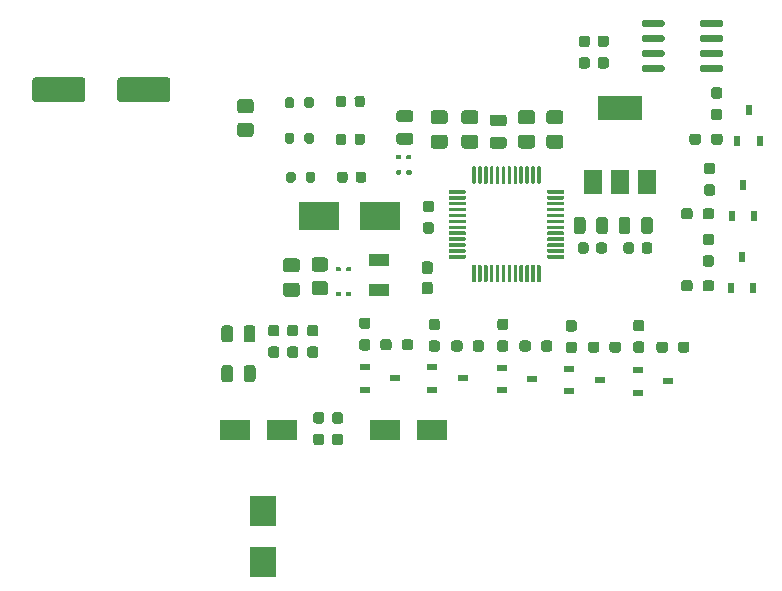
<source format=gbr>
%TF.GenerationSoftware,KiCad,Pcbnew,(5.1.10)-1*%
%TF.CreationDate,2022-04-14T15:58:53+08:00*%
%TF.ProjectId,lamp,6c616d70-2e6b-4696-9361-645f70636258,rev?*%
%TF.SameCoordinates,Original*%
%TF.FileFunction,Paste,Top*%
%TF.FilePolarity,Positive*%
%FSLAX46Y46*%
G04 Gerber Fmt 4.6, Leading zero omitted, Abs format (unit mm)*
G04 Created by KiCad (PCBNEW (5.1.10)-1) date 2022-04-14 15:58:53*
%MOMM*%
%LPD*%
G01*
G04 APERTURE LIST*
%ADD10R,3.500000X2.400000*%
%ADD11R,1.800000X1.000000*%
%ADD12R,2.500000X1.800000*%
%ADD13R,0.600000X0.900000*%
%ADD14R,0.900000X0.600000*%
%ADD15R,1.500000X2.000000*%
%ADD16R,3.800000X2.000000*%
%ADD17R,2.300000X2.500000*%
G04 APERTURE END LIST*
D10*
%TO.C,Y2*%
X121400000Y-34900000D03*
X126600000Y-34900000D03*
%TD*%
D11*
%TO.C,Y1*%
X126500000Y-41150000D03*
X126500000Y-38650000D03*
%TD*%
%TO.C,U2*%
G36*
G01*
X150700000Y-22255000D02*
X150700000Y-22555000D01*
G75*
G02*
X150550000Y-22705000I-150000J0D01*
G01*
X148900000Y-22705000D01*
G75*
G02*
X148750000Y-22555000I0J150000D01*
G01*
X148750000Y-22255000D01*
G75*
G02*
X148900000Y-22105000I150000J0D01*
G01*
X150550000Y-22105000D01*
G75*
G02*
X150700000Y-22255000I0J-150000D01*
G01*
G37*
G36*
G01*
X150700000Y-20985000D02*
X150700000Y-21285000D01*
G75*
G02*
X150550000Y-21435000I-150000J0D01*
G01*
X148900000Y-21435000D01*
G75*
G02*
X148750000Y-21285000I0J150000D01*
G01*
X148750000Y-20985000D01*
G75*
G02*
X148900000Y-20835000I150000J0D01*
G01*
X150550000Y-20835000D01*
G75*
G02*
X150700000Y-20985000I0J-150000D01*
G01*
G37*
G36*
G01*
X150700000Y-19715000D02*
X150700000Y-20015000D01*
G75*
G02*
X150550000Y-20165000I-150000J0D01*
G01*
X148900000Y-20165000D01*
G75*
G02*
X148750000Y-20015000I0J150000D01*
G01*
X148750000Y-19715000D01*
G75*
G02*
X148900000Y-19565000I150000J0D01*
G01*
X150550000Y-19565000D01*
G75*
G02*
X150700000Y-19715000I0J-150000D01*
G01*
G37*
G36*
G01*
X150700000Y-18445000D02*
X150700000Y-18745000D01*
G75*
G02*
X150550000Y-18895000I-150000J0D01*
G01*
X148900000Y-18895000D01*
G75*
G02*
X148750000Y-18745000I0J150000D01*
G01*
X148750000Y-18445000D01*
G75*
G02*
X148900000Y-18295000I150000J0D01*
G01*
X150550000Y-18295000D01*
G75*
G02*
X150700000Y-18445000I0J-150000D01*
G01*
G37*
G36*
G01*
X155650000Y-18445000D02*
X155650000Y-18745000D01*
G75*
G02*
X155500000Y-18895000I-150000J0D01*
G01*
X153850000Y-18895000D01*
G75*
G02*
X153700000Y-18745000I0J150000D01*
G01*
X153700000Y-18445000D01*
G75*
G02*
X153850000Y-18295000I150000J0D01*
G01*
X155500000Y-18295000D01*
G75*
G02*
X155650000Y-18445000I0J-150000D01*
G01*
G37*
G36*
G01*
X155650000Y-19715000D02*
X155650000Y-20015000D01*
G75*
G02*
X155500000Y-20165000I-150000J0D01*
G01*
X153850000Y-20165000D01*
G75*
G02*
X153700000Y-20015000I0J150000D01*
G01*
X153700000Y-19715000D01*
G75*
G02*
X153850000Y-19565000I150000J0D01*
G01*
X155500000Y-19565000D01*
G75*
G02*
X155650000Y-19715000I0J-150000D01*
G01*
G37*
G36*
G01*
X155650000Y-20985000D02*
X155650000Y-21285000D01*
G75*
G02*
X155500000Y-21435000I-150000J0D01*
G01*
X153850000Y-21435000D01*
G75*
G02*
X153700000Y-21285000I0J150000D01*
G01*
X153700000Y-20985000D01*
G75*
G02*
X153850000Y-20835000I150000J0D01*
G01*
X155500000Y-20835000D01*
G75*
G02*
X155650000Y-20985000I0J-150000D01*
G01*
G37*
G36*
G01*
X155650000Y-22255000D02*
X155650000Y-22555000D01*
G75*
G02*
X155500000Y-22705000I-150000J0D01*
G01*
X153850000Y-22705000D01*
G75*
G02*
X153700000Y-22555000I0J150000D01*
G01*
X153700000Y-22255000D01*
G75*
G02*
X153850000Y-22105000I150000J0D01*
G01*
X155500000Y-22105000D01*
G75*
G02*
X155650000Y-22255000I0J-150000D01*
G01*
G37*
%TD*%
%TO.C,U1*%
G36*
G01*
X134400000Y-32100000D02*
X134400000Y-30775000D01*
G75*
G02*
X134475000Y-30700000I75000J0D01*
G01*
X134625000Y-30700000D01*
G75*
G02*
X134700000Y-30775000I0J-75000D01*
G01*
X134700000Y-32100000D01*
G75*
G02*
X134625000Y-32175000I-75000J0D01*
G01*
X134475000Y-32175000D01*
G75*
G02*
X134400000Y-32100000I0J75000D01*
G01*
G37*
G36*
G01*
X134900000Y-32100000D02*
X134900000Y-30775000D01*
G75*
G02*
X134975000Y-30700000I75000J0D01*
G01*
X135125000Y-30700000D01*
G75*
G02*
X135200000Y-30775000I0J-75000D01*
G01*
X135200000Y-32100000D01*
G75*
G02*
X135125000Y-32175000I-75000J0D01*
G01*
X134975000Y-32175000D01*
G75*
G02*
X134900000Y-32100000I0J75000D01*
G01*
G37*
G36*
G01*
X135400000Y-32100000D02*
X135400000Y-30775000D01*
G75*
G02*
X135475000Y-30700000I75000J0D01*
G01*
X135625000Y-30700000D01*
G75*
G02*
X135700000Y-30775000I0J-75000D01*
G01*
X135700000Y-32100000D01*
G75*
G02*
X135625000Y-32175000I-75000J0D01*
G01*
X135475000Y-32175000D01*
G75*
G02*
X135400000Y-32100000I0J75000D01*
G01*
G37*
G36*
G01*
X135900000Y-32100000D02*
X135900000Y-30775000D01*
G75*
G02*
X135975000Y-30700000I75000J0D01*
G01*
X136125000Y-30700000D01*
G75*
G02*
X136200000Y-30775000I0J-75000D01*
G01*
X136200000Y-32100000D01*
G75*
G02*
X136125000Y-32175000I-75000J0D01*
G01*
X135975000Y-32175000D01*
G75*
G02*
X135900000Y-32100000I0J75000D01*
G01*
G37*
G36*
G01*
X136400000Y-32100000D02*
X136400000Y-30775000D01*
G75*
G02*
X136475000Y-30700000I75000J0D01*
G01*
X136625000Y-30700000D01*
G75*
G02*
X136700000Y-30775000I0J-75000D01*
G01*
X136700000Y-32100000D01*
G75*
G02*
X136625000Y-32175000I-75000J0D01*
G01*
X136475000Y-32175000D01*
G75*
G02*
X136400000Y-32100000I0J75000D01*
G01*
G37*
G36*
G01*
X136900000Y-32100000D02*
X136900000Y-30775000D01*
G75*
G02*
X136975000Y-30700000I75000J0D01*
G01*
X137125000Y-30700000D01*
G75*
G02*
X137200000Y-30775000I0J-75000D01*
G01*
X137200000Y-32100000D01*
G75*
G02*
X137125000Y-32175000I-75000J0D01*
G01*
X136975000Y-32175000D01*
G75*
G02*
X136900000Y-32100000I0J75000D01*
G01*
G37*
G36*
G01*
X137400000Y-32100000D02*
X137400000Y-30775000D01*
G75*
G02*
X137475000Y-30700000I75000J0D01*
G01*
X137625000Y-30700000D01*
G75*
G02*
X137700000Y-30775000I0J-75000D01*
G01*
X137700000Y-32100000D01*
G75*
G02*
X137625000Y-32175000I-75000J0D01*
G01*
X137475000Y-32175000D01*
G75*
G02*
X137400000Y-32100000I0J75000D01*
G01*
G37*
G36*
G01*
X137900000Y-32100000D02*
X137900000Y-30775000D01*
G75*
G02*
X137975000Y-30700000I75000J0D01*
G01*
X138125000Y-30700000D01*
G75*
G02*
X138200000Y-30775000I0J-75000D01*
G01*
X138200000Y-32100000D01*
G75*
G02*
X138125000Y-32175000I-75000J0D01*
G01*
X137975000Y-32175000D01*
G75*
G02*
X137900000Y-32100000I0J75000D01*
G01*
G37*
G36*
G01*
X138400000Y-32100000D02*
X138400000Y-30775000D01*
G75*
G02*
X138475000Y-30700000I75000J0D01*
G01*
X138625000Y-30700000D01*
G75*
G02*
X138700000Y-30775000I0J-75000D01*
G01*
X138700000Y-32100000D01*
G75*
G02*
X138625000Y-32175000I-75000J0D01*
G01*
X138475000Y-32175000D01*
G75*
G02*
X138400000Y-32100000I0J75000D01*
G01*
G37*
G36*
G01*
X138900000Y-32100000D02*
X138900000Y-30775000D01*
G75*
G02*
X138975000Y-30700000I75000J0D01*
G01*
X139125000Y-30700000D01*
G75*
G02*
X139200000Y-30775000I0J-75000D01*
G01*
X139200000Y-32100000D01*
G75*
G02*
X139125000Y-32175000I-75000J0D01*
G01*
X138975000Y-32175000D01*
G75*
G02*
X138900000Y-32100000I0J75000D01*
G01*
G37*
G36*
G01*
X139400000Y-32100000D02*
X139400000Y-30775000D01*
G75*
G02*
X139475000Y-30700000I75000J0D01*
G01*
X139625000Y-30700000D01*
G75*
G02*
X139700000Y-30775000I0J-75000D01*
G01*
X139700000Y-32100000D01*
G75*
G02*
X139625000Y-32175000I-75000J0D01*
G01*
X139475000Y-32175000D01*
G75*
G02*
X139400000Y-32100000I0J75000D01*
G01*
G37*
G36*
G01*
X139900000Y-32100000D02*
X139900000Y-30775000D01*
G75*
G02*
X139975000Y-30700000I75000J0D01*
G01*
X140125000Y-30700000D01*
G75*
G02*
X140200000Y-30775000I0J-75000D01*
G01*
X140200000Y-32100000D01*
G75*
G02*
X140125000Y-32175000I-75000J0D01*
G01*
X139975000Y-32175000D01*
G75*
G02*
X139900000Y-32100000I0J75000D01*
G01*
G37*
G36*
G01*
X140725000Y-32925000D02*
X140725000Y-32775000D01*
G75*
G02*
X140800000Y-32700000I75000J0D01*
G01*
X142125000Y-32700000D01*
G75*
G02*
X142200000Y-32775000I0J-75000D01*
G01*
X142200000Y-32925000D01*
G75*
G02*
X142125000Y-33000000I-75000J0D01*
G01*
X140800000Y-33000000D01*
G75*
G02*
X140725000Y-32925000I0J75000D01*
G01*
G37*
G36*
G01*
X140725000Y-33425000D02*
X140725000Y-33275000D01*
G75*
G02*
X140800000Y-33200000I75000J0D01*
G01*
X142125000Y-33200000D01*
G75*
G02*
X142200000Y-33275000I0J-75000D01*
G01*
X142200000Y-33425000D01*
G75*
G02*
X142125000Y-33500000I-75000J0D01*
G01*
X140800000Y-33500000D01*
G75*
G02*
X140725000Y-33425000I0J75000D01*
G01*
G37*
G36*
G01*
X140725000Y-33925000D02*
X140725000Y-33775000D01*
G75*
G02*
X140800000Y-33700000I75000J0D01*
G01*
X142125000Y-33700000D01*
G75*
G02*
X142200000Y-33775000I0J-75000D01*
G01*
X142200000Y-33925000D01*
G75*
G02*
X142125000Y-34000000I-75000J0D01*
G01*
X140800000Y-34000000D01*
G75*
G02*
X140725000Y-33925000I0J75000D01*
G01*
G37*
G36*
G01*
X140725000Y-34425000D02*
X140725000Y-34275000D01*
G75*
G02*
X140800000Y-34200000I75000J0D01*
G01*
X142125000Y-34200000D01*
G75*
G02*
X142200000Y-34275000I0J-75000D01*
G01*
X142200000Y-34425000D01*
G75*
G02*
X142125000Y-34500000I-75000J0D01*
G01*
X140800000Y-34500000D01*
G75*
G02*
X140725000Y-34425000I0J75000D01*
G01*
G37*
G36*
G01*
X140725000Y-34925000D02*
X140725000Y-34775000D01*
G75*
G02*
X140800000Y-34700000I75000J0D01*
G01*
X142125000Y-34700000D01*
G75*
G02*
X142200000Y-34775000I0J-75000D01*
G01*
X142200000Y-34925000D01*
G75*
G02*
X142125000Y-35000000I-75000J0D01*
G01*
X140800000Y-35000000D01*
G75*
G02*
X140725000Y-34925000I0J75000D01*
G01*
G37*
G36*
G01*
X140725000Y-35425000D02*
X140725000Y-35275000D01*
G75*
G02*
X140800000Y-35200000I75000J0D01*
G01*
X142125000Y-35200000D01*
G75*
G02*
X142200000Y-35275000I0J-75000D01*
G01*
X142200000Y-35425000D01*
G75*
G02*
X142125000Y-35500000I-75000J0D01*
G01*
X140800000Y-35500000D01*
G75*
G02*
X140725000Y-35425000I0J75000D01*
G01*
G37*
G36*
G01*
X140725000Y-35925000D02*
X140725000Y-35775000D01*
G75*
G02*
X140800000Y-35700000I75000J0D01*
G01*
X142125000Y-35700000D01*
G75*
G02*
X142200000Y-35775000I0J-75000D01*
G01*
X142200000Y-35925000D01*
G75*
G02*
X142125000Y-36000000I-75000J0D01*
G01*
X140800000Y-36000000D01*
G75*
G02*
X140725000Y-35925000I0J75000D01*
G01*
G37*
G36*
G01*
X140725000Y-36425000D02*
X140725000Y-36275000D01*
G75*
G02*
X140800000Y-36200000I75000J0D01*
G01*
X142125000Y-36200000D01*
G75*
G02*
X142200000Y-36275000I0J-75000D01*
G01*
X142200000Y-36425000D01*
G75*
G02*
X142125000Y-36500000I-75000J0D01*
G01*
X140800000Y-36500000D01*
G75*
G02*
X140725000Y-36425000I0J75000D01*
G01*
G37*
G36*
G01*
X140725000Y-36925000D02*
X140725000Y-36775000D01*
G75*
G02*
X140800000Y-36700000I75000J0D01*
G01*
X142125000Y-36700000D01*
G75*
G02*
X142200000Y-36775000I0J-75000D01*
G01*
X142200000Y-36925000D01*
G75*
G02*
X142125000Y-37000000I-75000J0D01*
G01*
X140800000Y-37000000D01*
G75*
G02*
X140725000Y-36925000I0J75000D01*
G01*
G37*
G36*
G01*
X140725000Y-37425000D02*
X140725000Y-37275000D01*
G75*
G02*
X140800000Y-37200000I75000J0D01*
G01*
X142125000Y-37200000D01*
G75*
G02*
X142200000Y-37275000I0J-75000D01*
G01*
X142200000Y-37425000D01*
G75*
G02*
X142125000Y-37500000I-75000J0D01*
G01*
X140800000Y-37500000D01*
G75*
G02*
X140725000Y-37425000I0J75000D01*
G01*
G37*
G36*
G01*
X140725000Y-37925000D02*
X140725000Y-37775000D01*
G75*
G02*
X140800000Y-37700000I75000J0D01*
G01*
X142125000Y-37700000D01*
G75*
G02*
X142200000Y-37775000I0J-75000D01*
G01*
X142200000Y-37925000D01*
G75*
G02*
X142125000Y-38000000I-75000J0D01*
G01*
X140800000Y-38000000D01*
G75*
G02*
X140725000Y-37925000I0J75000D01*
G01*
G37*
G36*
G01*
X140725000Y-38425000D02*
X140725000Y-38275000D01*
G75*
G02*
X140800000Y-38200000I75000J0D01*
G01*
X142125000Y-38200000D01*
G75*
G02*
X142200000Y-38275000I0J-75000D01*
G01*
X142200000Y-38425000D01*
G75*
G02*
X142125000Y-38500000I-75000J0D01*
G01*
X140800000Y-38500000D01*
G75*
G02*
X140725000Y-38425000I0J75000D01*
G01*
G37*
G36*
G01*
X139900000Y-40425000D02*
X139900000Y-39100000D01*
G75*
G02*
X139975000Y-39025000I75000J0D01*
G01*
X140125000Y-39025000D01*
G75*
G02*
X140200000Y-39100000I0J-75000D01*
G01*
X140200000Y-40425000D01*
G75*
G02*
X140125000Y-40500000I-75000J0D01*
G01*
X139975000Y-40500000D01*
G75*
G02*
X139900000Y-40425000I0J75000D01*
G01*
G37*
G36*
G01*
X139400000Y-40425000D02*
X139400000Y-39100000D01*
G75*
G02*
X139475000Y-39025000I75000J0D01*
G01*
X139625000Y-39025000D01*
G75*
G02*
X139700000Y-39100000I0J-75000D01*
G01*
X139700000Y-40425000D01*
G75*
G02*
X139625000Y-40500000I-75000J0D01*
G01*
X139475000Y-40500000D01*
G75*
G02*
X139400000Y-40425000I0J75000D01*
G01*
G37*
G36*
G01*
X138900000Y-40425000D02*
X138900000Y-39100000D01*
G75*
G02*
X138975000Y-39025000I75000J0D01*
G01*
X139125000Y-39025000D01*
G75*
G02*
X139200000Y-39100000I0J-75000D01*
G01*
X139200000Y-40425000D01*
G75*
G02*
X139125000Y-40500000I-75000J0D01*
G01*
X138975000Y-40500000D01*
G75*
G02*
X138900000Y-40425000I0J75000D01*
G01*
G37*
G36*
G01*
X138400000Y-40425000D02*
X138400000Y-39100000D01*
G75*
G02*
X138475000Y-39025000I75000J0D01*
G01*
X138625000Y-39025000D01*
G75*
G02*
X138700000Y-39100000I0J-75000D01*
G01*
X138700000Y-40425000D01*
G75*
G02*
X138625000Y-40500000I-75000J0D01*
G01*
X138475000Y-40500000D01*
G75*
G02*
X138400000Y-40425000I0J75000D01*
G01*
G37*
G36*
G01*
X137900000Y-40425000D02*
X137900000Y-39100000D01*
G75*
G02*
X137975000Y-39025000I75000J0D01*
G01*
X138125000Y-39025000D01*
G75*
G02*
X138200000Y-39100000I0J-75000D01*
G01*
X138200000Y-40425000D01*
G75*
G02*
X138125000Y-40500000I-75000J0D01*
G01*
X137975000Y-40500000D01*
G75*
G02*
X137900000Y-40425000I0J75000D01*
G01*
G37*
G36*
G01*
X137400000Y-40425000D02*
X137400000Y-39100000D01*
G75*
G02*
X137475000Y-39025000I75000J0D01*
G01*
X137625000Y-39025000D01*
G75*
G02*
X137700000Y-39100000I0J-75000D01*
G01*
X137700000Y-40425000D01*
G75*
G02*
X137625000Y-40500000I-75000J0D01*
G01*
X137475000Y-40500000D01*
G75*
G02*
X137400000Y-40425000I0J75000D01*
G01*
G37*
G36*
G01*
X136900000Y-40425000D02*
X136900000Y-39100000D01*
G75*
G02*
X136975000Y-39025000I75000J0D01*
G01*
X137125000Y-39025000D01*
G75*
G02*
X137200000Y-39100000I0J-75000D01*
G01*
X137200000Y-40425000D01*
G75*
G02*
X137125000Y-40500000I-75000J0D01*
G01*
X136975000Y-40500000D01*
G75*
G02*
X136900000Y-40425000I0J75000D01*
G01*
G37*
G36*
G01*
X136400000Y-40425000D02*
X136400000Y-39100000D01*
G75*
G02*
X136475000Y-39025000I75000J0D01*
G01*
X136625000Y-39025000D01*
G75*
G02*
X136700000Y-39100000I0J-75000D01*
G01*
X136700000Y-40425000D01*
G75*
G02*
X136625000Y-40500000I-75000J0D01*
G01*
X136475000Y-40500000D01*
G75*
G02*
X136400000Y-40425000I0J75000D01*
G01*
G37*
G36*
G01*
X135900000Y-40425000D02*
X135900000Y-39100000D01*
G75*
G02*
X135975000Y-39025000I75000J0D01*
G01*
X136125000Y-39025000D01*
G75*
G02*
X136200000Y-39100000I0J-75000D01*
G01*
X136200000Y-40425000D01*
G75*
G02*
X136125000Y-40500000I-75000J0D01*
G01*
X135975000Y-40500000D01*
G75*
G02*
X135900000Y-40425000I0J75000D01*
G01*
G37*
G36*
G01*
X135400000Y-40425000D02*
X135400000Y-39100000D01*
G75*
G02*
X135475000Y-39025000I75000J0D01*
G01*
X135625000Y-39025000D01*
G75*
G02*
X135700000Y-39100000I0J-75000D01*
G01*
X135700000Y-40425000D01*
G75*
G02*
X135625000Y-40500000I-75000J0D01*
G01*
X135475000Y-40500000D01*
G75*
G02*
X135400000Y-40425000I0J75000D01*
G01*
G37*
G36*
G01*
X134900000Y-40425000D02*
X134900000Y-39100000D01*
G75*
G02*
X134975000Y-39025000I75000J0D01*
G01*
X135125000Y-39025000D01*
G75*
G02*
X135200000Y-39100000I0J-75000D01*
G01*
X135200000Y-40425000D01*
G75*
G02*
X135125000Y-40500000I-75000J0D01*
G01*
X134975000Y-40500000D01*
G75*
G02*
X134900000Y-40425000I0J75000D01*
G01*
G37*
G36*
G01*
X134400000Y-40425000D02*
X134400000Y-39100000D01*
G75*
G02*
X134475000Y-39025000I75000J0D01*
G01*
X134625000Y-39025000D01*
G75*
G02*
X134700000Y-39100000I0J-75000D01*
G01*
X134700000Y-40425000D01*
G75*
G02*
X134625000Y-40500000I-75000J0D01*
G01*
X134475000Y-40500000D01*
G75*
G02*
X134400000Y-40425000I0J75000D01*
G01*
G37*
G36*
G01*
X132400000Y-38425000D02*
X132400000Y-38275000D01*
G75*
G02*
X132475000Y-38200000I75000J0D01*
G01*
X133800000Y-38200000D01*
G75*
G02*
X133875000Y-38275000I0J-75000D01*
G01*
X133875000Y-38425000D01*
G75*
G02*
X133800000Y-38500000I-75000J0D01*
G01*
X132475000Y-38500000D01*
G75*
G02*
X132400000Y-38425000I0J75000D01*
G01*
G37*
G36*
G01*
X132400000Y-37925000D02*
X132400000Y-37775000D01*
G75*
G02*
X132475000Y-37700000I75000J0D01*
G01*
X133800000Y-37700000D01*
G75*
G02*
X133875000Y-37775000I0J-75000D01*
G01*
X133875000Y-37925000D01*
G75*
G02*
X133800000Y-38000000I-75000J0D01*
G01*
X132475000Y-38000000D01*
G75*
G02*
X132400000Y-37925000I0J75000D01*
G01*
G37*
G36*
G01*
X132400000Y-37425000D02*
X132400000Y-37275000D01*
G75*
G02*
X132475000Y-37200000I75000J0D01*
G01*
X133800000Y-37200000D01*
G75*
G02*
X133875000Y-37275000I0J-75000D01*
G01*
X133875000Y-37425000D01*
G75*
G02*
X133800000Y-37500000I-75000J0D01*
G01*
X132475000Y-37500000D01*
G75*
G02*
X132400000Y-37425000I0J75000D01*
G01*
G37*
G36*
G01*
X132400000Y-36925000D02*
X132400000Y-36775000D01*
G75*
G02*
X132475000Y-36700000I75000J0D01*
G01*
X133800000Y-36700000D01*
G75*
G02*
X133875000Y-36775000I0J-75000D01*
G01*
X133875000Y-36925000D01*
G75*
G02*
X133800000Y-37000000I-75000J0D01*
G01*
X132475000Y-37000000D01*
G75*
G02*
X132400000Y-36925000I0J75000D01*
G01*
G37*
G36*
G01*
X132400000Y-36425000D02*
X132400000Y-36275000D01*
G75*
G02*
X132475000Y-36200000I75000J0D01*
G01*
X133800000Y-36200000D01*
G75*
G02*
X133875000Y-36275000I0J-75000D01*
G01*
X133875000Y-36425000D01*
G75*
G02*
X133800000Y-36500000I-75000J0D01*
G01*
X132475000Y-36500000D01*
G75*
G02*
X132400000Y-36425000I0J75000D01*
G01*
G37*
G36*
G01*
X132400000Y-35925000D02*
X132400000Y-35775000D01*
G75*
G02*
X132475000Y-35700000I75000J0D01*
G01*
X133800000Y-35700000D01*
G75*
G02*
X133875000Y-35775000I0J-75000D01*
G01*
X133875000Y-35925000D01*
G75*
G02*
X133800000Y-36000000I-75000J0D01*
G01*
X132475000Y-36000000D01*
G75*
G02*
X132400000Y-35925000I0J75000D01*
G01*
G37*
G36*
G01*
X132400000Y-35425000D02*
X132400000Y-35275000D01*
G75*
G02*
X132475000Y-35200000I75000J0D01*
G01*
X133800000Y-35200000D01*
G75*
G02*
X133875000Y-35275000I0J-75000D01*
G01*
X133875000Y-35425000D01*
G75*
G02*
X133800000Y-35500000I-75000J0D01*
G01*
X132475000Y-35500000D01*
G75*
G02*
X132400000Y-35425000I0J75000D01*
G01*
G37*
G36*
G01*
X132400000Y-34925000D02*
X132400000Y-34775000D01*
G75*
G02*
X132475000Y-34700000I75000J0D01*
G01*
X133800000Y-34700000D01*
G75*
G02*
X133875000Y-34775000I0J-75000D01*
G01*
X133875000Y-34925000D01*
G75*
G02*
X133800000Y-35000000I-75000J0D01*
G01*
X132475000Y-35000000D01*
G75*
G02*
X132400000Y-34925000I0J75000D01*
G01*
G37*
G36*
G01*
X132400000Y-34425000D02*
X132400000Y-34275000D01*
G75*
G02*
X132475000Y-34200000I75000J0D01*
G01*
X133800000Y-34200000D01*
G75*
G02*
X133875000Y-34275000I0J-75000D01*
G01*
X133875000Y-34425000D01*
G75*
G02*
X133800000Y-34500000I-75000J0D01*
G01*
X132475000Y-34500000D01*
G75*
G02*
X132400000Y-34425000I0J75000D01*
G01*
G37*
G36*
G01*
X132400000Y-33925000D02*
X132400000Y-33775000D01*
G75*
G02*
X132475000Y-33700000I75000J0D01*
G01*
X133800000Y-33700000D01*
G75*
G02*
X133875000Y-33775000I0J-75000D01*
G01*
X133875000Y-33925000D01*
G75*
G02*
X133800000Y-34000000I-75000J0D01*
G01*
X132475000Y-34000000D01*
G75*
G02*
X132400000Y-33925000I0J75000D01*
G01*
G37*
G36*
G01*
X132400000Y-33425000D02*
X132400000Y-33275000D01*
G75*
G02*
X132475000Y-33200000I75000J0D01*
G01*
X133800000Y-33200000D01*
G75*
G02*
X133875000Y-33275000I0J-75000D01*
G01*
X133875000Y-33425000D01*
G75*
G02*
X133800000Y-33500000I-75000J0D01*
G01*
X132475000Y-33500000D01*
G75*
G02*
X132400000Y-33425000I0J75000D01*
G01*
G37*
G36*
G01*
X132400000Y-32925000D02*
X132400000Y-32775000D01*
G75*
G02*
X132475000Y-32700000I75000J0D01*
G01*
X133800000Y-32700000D01*
G75*
G02*
X133875000Y-32775000I0J-75000D01*
G01*
X133875000Y-32925000D01*
G75*
G02*
X133800000Y-33000000I-75000J0D01*
G01*
X132475000Y-33000000D01*
G75*
G02*
X132400000Y-32925000I0J75000D01*
G01*
G37*
%TD*%
D12*
%TO.C,SS1*%
X118300000Y-53000000D03*
X114300000Y-53000000D03*
%TD*%
%TO.C,RED1*%
G36*
G01*
X124437500Y-25456250D02*
X124437500Y-24943750D01*
G75*
G02*
X124656250Y-24725000I218750J0D01*
G01*
X125093750Y-24725000D01*
G75*
G02*
X125312500Y-24943750I0J-218750D01*
G01*
X125312500Y-25456250D01*
G75*
G02*
X125093750Y-25675000I-218750J0D01*
G01*
X124656250Y-25675000D01*
G75*
G02*
X124437500Y-25456250I0J218750D01*
G01*
G37*
G36*
G01*
X122862500Y-25456250D02*
X122862500Y-24943750D01*
G75*
G02*
X123081250Y-24725000I218750J0D01*
G01*
X123518750Y-24725000D01*
G75*
G02*
X123737500Y-24943750I0J-218750D01*
G01*
X123737500Y-25456250D01*
G75*
G02*
X123518750Y-25675000I-218750J0D01*
G01*
X123081250Y-25675000D01*
G75*
G02*
X122862500Y-25456250I0J218750D01*
G01*
G37*
%TD*%
%TO.C,R29*%
G36*
G01*
X145262500Y-21437500D02*
X145737500Y-21437500D01*
G75*
G02*
X145975000Y-21675000I0J-237500D01*
G01*
X145975000Y-22175000D01*
G75*
G02*
X145737500Y-22412500I-237500J0D01*
G01*
X145262500Y-22412500D01*
G75*
G02*
X145025000Y-22175000I0J237500D01*
G01*
X145025000Y-21675000D01*
G75*
G02*
X145262500Y-21437500I237500J0D01*
G01*
G37*
G36*
G01*
X145262500Y-19612500D02*
X145737500Y-19612500D01*
G75*
G02*
X145975000Y-19850000I0J-237500D01*
G01*
X145975000Y-20350000D01*
G75*
G02*
X145737500Y-20587500I-237500J0D01*
G01*
X145262500Y-20587500D01*
G75*
G02*
X145025000Y-20350000I0J237500D01*
G01*
X145025000Y-19850000D01*
G75*
G02*
X145262500Y-19612500I237500J0D01*
G01*
G37*
%TD*%
%TO.C,R28*%
G36*
G01*
X143662500Y-21437500D02*
X144137500Y-21437500D01*
G75*
G02*
X144375000Y-21675000I0J-237500D01*
G01*
X144375000Y-22175000D01*
G75*
G02*
X144137500Y-22412500I-237500J0D01*
G01*
X143662500Y-22412500D01*
G75*
G02*
X143425000Y-22175000I0J237500D01*
G01*
X143425000Y-21675000D01*
G75*
G02*
X143662500Y-21437500I237500J0D01*
G01*
G37*
G36*
G01*
X143662500Y-19612500D02*
X144137500Y-19612500D01*
G75*
G02*
X144375000Y-19850000I0J-237500D01*
G01*
X144375000Y-20350000D01*
G75*
G02*
X144137500Y-20587500I-237500J0D01*
G01*
X143662500Y-20587500D01*
G75*
G02*
X143425000Y-20350000I0J237500D01*
G01*
X143425000Y-19850000D01*
G75*
G02*
X143662500Y-19612500I237500J0D01*
G01*
G37*
%TD*%
%TO.C,R27*%
G36*
G01*
X119437500Y-45087500D02*
X118962500Y-45087500D01*
G75*
G02*
X118725000Y-44850000I0J237500D01*
G01*
X118725000Y-44350000D01*
G75*
G02*
X118962500Y-44112500I237500J0D01*
G01*
X119437500Y-44112500D01*
G75*
G02*
X119675000Y-44350000I0J-237500D01*
G01*
X119675000Y-44850000D01*
G75*
G02*
X119437500Y-45087500I-237500J0D01*
G01*
G37*
G36*
G01*
X119437500Y-46912500D02*
X118962500Y-46912500D01*
G75*
G02*
X118725000Y-46675000I0J237500D01*
G01*
X118725000Y-46175000D01*
G75*
G02*
X118962500Y-45937500I237500J0D01*
G01*
X119437500Y-45937500D01*
G75*
G02*
X119675000Y-46175000I0J-237500D01*
G01*
X119675000Y-46675000D01*
G75*
G02*
X119437500Y-46912500I-237500J0D01*
G01*
G37*
%TD*%
%TO.C,R26*%
G36*
G01*
X120662500Y-45937500D02*
X121137500Y-45937500D01*
G75*
G02*
X121375000Y-46175000I0J-237500D01*
G01*
X121375000Y-46675000D01*
G75*
G02*
X121137500Y-46912500I-237500J0D01*
G01*
X120662500Y-46912500D01*
G75*
G02*
X120425000Y-46675000I0J237500D01*
G01*
X120425000Y-46175000D01*
G75*
G02*
X120662500Y-45937500I237500J0D01*
G01*
G37*
G36*
G01*
X120662500Y-44112500D02*
X121137500Y-44112500D01*
G75*
G02*
X121375000Y-44350000I0J-237500D01*
G01*
X121375000Y-44850000D01*
G75*
G02*
X121137500Y-45087500I-237500J0D01*
G01*
X120662500Y-45087500D01*
G75*
G02*
X120425000Y-44850000I0J237500D01*
G01*
X120425000Y-44350000D01*
G75*
G02*
X120662500Y-44112500I237500J0D01*
G01*
G37*
%TD*%
%TO.C,R25*%
G36*
G01*
X123237500Y-52487500D02*
X122762500Y-52487500D01*
G75*
G02*
X122525000Y-52250000I0J237500D01*
G01*
X122525000Y-51750000D01*
G75*
G02*
X122762500Y-51512500I237500J0D01*
G01*
X123237500Y-51512500D01*
G75*
G02*
X123475000Y-51750000I0J-237500D01*
G01*
X123475000Y-52250000D01*
G75*
G02*
X123237500Y-52487500I-237500J0D01*
G01*
G37*
G36*
G01*
X123237500Y-54312500D02*
X122762500Y-54312500D01*
G75*
G02*
X122525000Y-54075000I0J237500D01*
G01*
X122525000Y-53575000D01*
G75*
G02*
X122762500Y-53337500I237500J0D01*
G01*
X123237500Y-53337500D01*
G75*
G02*
X123475000Y-53575000I0J-237500D01*
G01*
X123475000Y-54075000D01*
G75*
G02*
X123237500Y-54312500I-237500J0D01*
G01*
G37*
%TD*%
%TO.C,R24*%
G36*
G01*
X121637500Y-52462500D02*
X121162500Y-52462500D01*
G75*
G02*
X120925000Y-52225000I0J237500D01*
G01*
X120925000Y-51725000D01*
G75*
G02*
X121162500Y-51487500I237500J0D01*
G01*
X121637500Y-51487500D01*
G75*
G02*
X121875000Y-51725000I0J-237500D01*
G01*
X121875000Y-52225000D01*
G75*
G02*
X121637500Y-52462500I-237500J0D01*
G01*
G37*
G36*
G01*
X121637500Y-54287500D02*
X121162500Y-54287500D01*
G75*
G02*
X120925000Y-54050000I0J237500D01*
G01*
X120925000Y-53550000D01*
G75*
G02*
X121162500Y-53312500I237500J0D01*
G01*
X121637500Y-53312500D01*
G75*
G02*
X121875000Y-53550000I0J-237500D01*
G01*
X121875000Y-54050000D01*
G75*
G02*
X121637500Y-54287500I-237500J0D01*
G01*
G37*
%TD*%
%TO.C,R23*%
G36*
G01*
X117837500Y-45087500D02*
X117362500Y-45087500D01*
G75*
G02*
X117125000Y-44850000I0J237500D01*
G01*
X117125000Y-44350000D01*
G75*
G02*
X117362500Y-44112500I237500J0D01*
G01*
X117837500Y-44112500D01*
G75*
G02*
X118075000Y-44350000I0J-237500D01*
G01*
X118075000Y-44850000D01*
G75*
G02*
X117837500Y-45087500I-237500J0D01*
G01*
G37*
G36*
G01*
X117837500Y-46912500D02*
X117362500Y-46912500D01*
G75*
G02*
X117125000Y-46675000I0J237500D01*
G01*
X117125000Y-46175000D01*
G75*
G02*
X117362500Y-45937500I237500J0D01*
G01*
X117837500Y-45937500D01*
G75*
G02*
X118075000Y-46175000I0J-237500D01*
G01*
X118075000Y-46675000D01*
G75*
G02*
X117837500Y-46912500I-237500J0D01*
G01*
G37*
%TD*%
%TO.C,R22*%
G36*
G01*
X155337500Y-24962500D02*
X154862500Y-24962500D01*
G75*
G02*
X154625000Y-24725000I0J237500D01*
G01*
X154625000Y-24225000D01*
G75*
G02*
X154862500Y-23987500I237500J0D01*
G01*
X155337500Y-23987500D01*
G75*
G02*
X155575000Y-24225000I0J-237500D01*
G01*
X155575000Y-24725000D01*
G75*
G02*
X155337500Y-24962500I-237500J0D01*
G01*
G37*
G36*
G01*
X155337500Y-26787500D02*
X154862500Y-26787500D01*
G75*
G02*
X154625000Y-26550000I0J237500D01*
G01*
X154625000Y-26050000D01*
G75*
G02*
X154862500Y-25812500I237500J0D01*
G01*
X155337500Y-25812500D01*
G75*
G02*
X155575000Y-26050000I0J-237500D01*
G01*
X155575000Y-26550000D01*
G75*
G02*
X155337500Y-26787500I-237500J0D01*
G01*
G37*
%TD*%
%TO.C,R21*%
G36*
G01*
X154737500Y-31362500D02*
X154262500Y-31362500D01*
G75*
G02*
X154025000Y-31125000I0J237500D01*
G01*
X154025000Y-30625000D01*
G75*
G02*
X154262500Y-30387500I237500J0D01*
G01*
X154737500Y-30387500D01*
G75*
G02*
X154975000Y-30625000I0J-237500D01*
G01*
X154975000Y-31125000D01*
G75*
G02*
X154737500Y-31362500I-237500J0D01*
G01*
G37*
G36*
G01*
X154737500Y-33187500D02*
X154262500Y-33187500D01*
G75*
G02*
X154025000Y-32950000I0J237500D01*
G01*
X154025000Y-32450000D01*
G75*
G02*
X154262500Y-32212500I237500J0D01*
G01*
X154737500Y-32212500D01*
G75*
G02*
X154975000Y-32450000I0J-237500D01*
G01*
X154975000Y-32950000D01*
G75*
G02*
X154737500Y-33187500I-237500J0D01*
G01*
G37*
%TD*%
%TO.C,R20*%
G36*
G01*
X154637500Y-37362499D02*
X154162500Y-37362499D01*
G75*
G02*
X153925000Y-37124999I0J237500D01*
G01*
X153925000Y-36624999D01*
G75*
G02*
X154162500Y-36387499I237500J0D01*
G01*
X154637500Y-36387499D01*
G75*
G02*
X154875000Y-36624999I0J-237500D01*
G01*
X154875000Y-37124999D01*
G75*
G02*
X154637500Y-37362499I-237500J0D01*
G01*
G37*
G36*
G01*
X154637500Y-39187499D02*
X154162500Y-39187499D01*
G75*
G02*
X153925000Y-38949999I0J237500D01*
G01*
X153925000Y-38449999D01*
G75*
G02*
X154162500Y-38212499I237500J0D01*
G01*
X154637500Y-38212499D01*
G75*
G02*
X154875000Y-38449999I0J-237500D01*
G01*
X154875000Y-38949999D01*
G75*
G02*
X154637500Y-39187499I-237500J0D01*
G01*
G37*
%TD*%
%TO.C,R19*%
G36*
G01*
X151825000Y-46237500D02*
X151825000Y-45762500D01*
G75*
G02*
X152062500Y-45525000I237500J0D01*
G01*
X152562500Y-45525000D01*
G75*
G02*
X152800000Y-45762500I0J-237500D01*
G01*
X152800000Y-46237500D01*
G75*
G02*
X152562500Y-46475000I-237500J0D01*
G01*
X152062500Y-46475000D01*
G75*
G02*
X151825000Y-46237500I0J237500D01*
G01*
G37*
G36*
G01*
X150000000Y-46237500D02*
X150000000Y-45762500D01*
G75*
G02*
X150237500Y-45525000I237500J0D01*
G01*
X150737500Y-45525000D01*
G75*
G02*
X150975000Y-45762500I0J-237500D01*
G01*
X150975000Y-46237500D01*
G75*
G02*
X150737500Y-46475000I-237500J0D01*
G01*
X150237500Y-46475000D01*
G75*
G02*
X150000000Y-46237500I0J237500D01*
G01*
G37*
%TD*%
%TO.C,R18*%
G36*
G01*
X146025000Y-46237500D02*
X146025000Y-45762500D01*
G75*
G02*
X146262500Y-45525000I237500J0D01*
G01*
X146762500Y-45525000D01*
G75*
G02*
X147000000Y-45762500I0J-237500D01*
G01*
X147000000Y-46237500D01*
G75*
G02*
X146762500Y-46475000I-237500J0D01*
G01*
X146262500Y-46475000D01*
G75*
G02*
X146025000Y-46237500I0J237500D01*
G01*
G37*
G36*
G01*
X144200000Y-46237500D02*
X144200000Y-45762500D01*
G75*
G02*
X144437500Y-45525000I237500J0D01*
G01*
X144937500Y-45525000D01*
G75*
G02*
X145175000Y-45762500I0J-237500D01*
G01*
X145175000Y-46237500D01*
G75*
G02*
X144937500Y-46475000I-237500J0D01*
G01*
X144437500Y-46475000D01*
G75*
G02*
X144200000Y-46237500I0J237500D01*
G01*
G37*
%TD*%
%TO.C,R17*%
G36*
G01*
X140225000Y-46137500D02*
X140225000Y-45662500D01*
G75*
G02*
X140462500Y-45425000I237500J0D01*
G01*
X140962500Y-45425000D01*
G75*
G02*
X141200000Y-45662500I0J-237500D01*
G01*
X141200000Y-46137500D01*
G75*
G02*
X140962500Y-46375000I-237500J0D01*
G01*
X140462500Y-46375000D01*
G75*
G02*
X140225000Y-46137500I0J237500D01*
G01*
G37*
G36*
G01*
X138400000Y-46137500D02*
X138400000Y-45662500D01*
G75*
G02*
X138637500Y-45425000I237500J0D01*
G01*
X139137500Y-45425000D01*
G75*
G02*
X139375000Y-45662500I0J-237500D01*
G01*
X139375000Y-46137500D01*
G75*
G02*
X139137500Y-46375000I-237500J0D01*
G01*
X138637500Y-46375000D01*
G75*
G02*
X138400000Y-46137500I0J237500D01*
G01*
G37*
%TD*%
%TO.C,R16*%
G36*
G01*
X134437500Y-46137500D02*
X134437500Y-45662500D01*
G75*
G02*
X134675000Y-45425000I237500J0D01*
G01*
X135175000Y-45425000D01*
G75*
G02*
X135412500Y-45662500I0J-237500D01*
G01*
X135412500Y-46137500D01*
G75*
G02*
X135175000Y-46375000I-237500J0D01*
G01*
X134675000Y-46375000D01*
G75*
G02*
X134437500Y-46137500I0J237500D01*
G01*
G37*
G36*
G01*
X132612500Y-46137500D02*
X132612500Y-45662500D01*
G75*
G02*
X132850000Y-45425000I237500J0D01*
G01*
X133350000Y-45425000D01*
G75*
G02*
X133587500Y-45662500I0J-237500D01*
G01*
X133587500Y-46137500D01*
G75*
G02*
X133350000Y-46375000I-237500J0D01*
G01*
X132850000Y-46375000D01*
G75*
G02*
X132612500Y-46137500I0J237500D01*
G01*
G37*
%TD*%
%TO.C,R15*%
G36*
G01*
X128437500Y-46037500D02*
X128437500Y-45562500D01*
G75*
G02*
X128675000Y-45325000I237500J0D01*
G01*
X129175000Y-45325000D01*
G75*
G02*
X129412500Y-45562500I0J-237500D01*
G01*
X129412500Y-46037500D01*
G75*
G02*
X129175000Y-46275000I-237500J0D01*
G01*
X128675000Y-46275000D01*
G75*
G02*
X128437500Y-46037500I0J237500D01*
G01*
G37*
G36*
G01*
X126612500Y-46037500D02*
X126612500Y-45562500D01*
G75*
G02*
X126850000Y-45325000I237500J0D01*
G01*
X127350000Y-45325000D01*
G75*
G02*
X127587500Y-45562500I0J-237500D01*
G01*
X127587500Y-46037500D01*
G75*
G02*
X127350000Y-46275000I-237500J0D01*
G01*
X126850000Y-46275000D01*
G75*
G02*
X126612500Y-46037500I0J237500D01*
G01*
G37*
%TD*%
%TO.C,R14*%
G36*
G01*
X154625000Y-28637500D02*
X154625000Y-28162500D01*
G75*
G02*
X154862500Y-27925000I237500J0D01*
G01*
X155362500Y-27925000D01*
G75*
G02*
X155600000Y-28162500I0J-237500D01*
G01*
X155600000Y-28637500D01*
G75*
G02*
X155362500Y-28875000I-237500J0D01*
G01*
X154862500Y-28875000D01*
G75*
G02*
X154625000Y-28637500I0J237500D01*
G01*
G37*
G36*
G01*
X152800000Y-28637500D02*
X152800000Y-28162500D01*
G75*
G02*
X153037500Y-27925000I237500J0D01*
G01*
X153537500Y-27925000D01*
G75*
G02*
X153775000Y-28162500I0J-237500D01*
G01*
X153775000Y-28637500D01*
G75*
G02*
X153537500Y-28875000I-237500J0D01*
G01*
X153037500Y-28875000D01*
G75*
G02*
X152800000Y-28637500I0J237500D01*
G01*
G37*
%TD*%
%TO.C,R13*%
G36*
G01*
X153912500Y-34937500D02*
X153912500Y-34462500D01*
G75*
G02*
X154150000Y-34225000I237500J0D01*
G01*
X154650000Y-34225000D01*
G75*
G02*
X154887500Y-34462500I0J-237500D01*
G01*
X154887500Y-34937500D01*
G75*
G02*
X154650000Y-35175000I-237500J0D01*
G01*
X154150000Y-35175000D01*
G75*
G02*
X153912500Y-34937500I0J237500D01*
G01*
G37*
G36*
G01*
X152087500Y-34937500D02*
X152087500Y-34462500D01*
G75*
G02*
X152325000Y-34225000I237500J0D01*
G01*
X152825000Y-34225000D01*
G75*
G02*
X153062500Y-34462500I0J-237500D01*
G01*
X153062500Y-34937500D01*
G75*
G02*
X152825000Y-35175000I-237500J0D01*
G01*
X152325000Y-35175000D01*
G75*
G02*
X152087500Y-34937500I0J237500D01*
G01*
G37*
%TD*%
%TO.C,R12*%
G36*
G01*
X153912500Y-41037501D02*
X153912500Y-40562501D01*
G75*
G02*
X154150000Y-40325001I237500J0D01*
G01*
X154650000Y-40325001D01*
G75*
G02*
X154887500Y-40562501I0J-237500D01*
G01*
X154887500Y-41037501D01*
G75*
G02*
X154650000Y-41275001I-237500J0D01*
G01*
X154150000Y-41275001D01*
G75*
G02*
X153912500Y-41037501I0J237500D01*
G01*
G37*
G36*
G01*
X152087500Y-41037501D02*
X152087500Y-40562501D01*
G75*
G02*
X152325000Y-40325001I237500J0D01*
G01*
X152825000Y-40325001D01*
G75*
G02*
X153062500Y-40562501I0J-237500D01*
G01*
X153062500Y-41037501D01*
G75*
G02*
X152825000Y-41275001I-237500J0D01*
G01*
X152325000Y-41275001D01*
G75*
G02*
X152087500Y-41037501I0J237500D01*
G01*
G37*
%TD*%
%TO.C,R11*%
G36*
G01*
X148262500Y-45512500D02*
X148737500Y-45512500D01*
G75*
G02*
X148975000Y-45750000I0J-237500D01*
G01*
X148975000Y-46250000D01*
G75*
G02*
X148737500Y-46487500I-237500J0D01*
G01*
X148262500Y-46487500D01*
G75*
G02*
X148025000Y-46250000I0J237500D01*
G01*
X148025000Y-45750000D01*
G75*
G02*
X148262500Y-45512500I237500J0D01*
G01*
G37*
G36*
G01*
X148262500Y-43687500D02*
X148737500Y-43687500D01*
G75*
G02*
X148975000Y-43925000I0J-237500D01*
G01*
X148975000Y-44425000D01*
G75*
G02*
X148737500Y-44662500I-237500J0D01*
G01*
X148262500Y-44662500D01*
G75*
G02*
X148025000Y-44425000I0J237500D01*
G01*
X148025000Y-43925000D01*
G75*
G02*
X148262500Y-43687500I237500J0D01*
G01*
G37*
%TD*%
%TO.C,R10*%
G36*
G01*
X142562500Y-45525000D02*
X143037500Y-45525000D01*
G75*
G02*
X143275000Y-45762500I0J-237500D01*
G01*
X143275000Y-46262500D01*
G75*
G02*
X143037500Y-46500000I-237500J0D01*
G01*
X142562500Y-46500000D01*
G75*
G02*
X142325000Y-46262500I0J237500D01*
G01*
X142325000Y-45762500D01*
G75*
G02*
X142562500Y-45525000I237500J0D01*
G01*
G37*
G36*
G01*
X142562500Y-43700000D02*
X143037500Y-43700000D01*
G75*
G02*
X143275000Y-43937500I0J-237500D01*
G01*
X143275000Y-44437500D01*
G75*
G02*
X143037500Y-44675000I-237500J0D01*
G01*
X142562500Y-44675000D01*
G75*
G02*
X142325000Y-44437500I0J237500D01*
G01*
X142325000Y-43937500D01*
G75*
G02*
X142562500Y-43700000I237500J0D01*
G01*
G37*
%TD*%
%TO.C,R9*%
G36*
G01*
X136762500Y-45412500D02*
X137237500Y-45412500D01*
G75*
G02*
X137475000Y-45650000I0J-237500D01*
G01*
X137475000Y-46150000D01*
G75*
G02*
X137237500Y-46387500I-237500J0D01*
G01*
X136762500Y-46387500D01*
G75*
G02*
X136525000Y-46150000I0J237500D01*
G01*
X136525000Y-45650000D01*
G75*
G02*
X136762500Y-45412500I237500J0D01*
G01*
G37*
G36*
G01*
X136762500Y-43587500D02*
X137237500Y-43587500D01*
G75*
G02*
X137475000Y-43825000I0J-237500D01*
G01*
X137475000Y-44325000D01*
G75*
G02*
X137237500Y-44562500I-237500J0D01*
G01*
X136762500Y-44562500D01*
G75*
G02*
X136525000Y-44325000I0J237500D01*
G01*
X136525000Y-43825000D01*
G75*
G02*
X136762500Y-43587500I237500J0D01*
G01*
G37*
%TD*%
%TO.C,R8*%
G36*
G01*
X130962500Y-45425000D02*
X131437500Y-45425000D01*
G75*
G02*
X131675000Y-45662500I0J-237500D01*
G01*
X131675000Y-46162500D01*
G75*
G02*
X131437500Y-46400000I-237500J0D01*
G01*
X130962500Y-46400000D01*
G75*
G02*
X130725000Y-46162500I0J237500D01*
G01*
X130725000Y-45662500D01*
G75*
G02*
X130962500Y-45425000I237500J0D01*
G01*
G37*
G36*
G01*
X130962500Y-43600000D02*
X131437500Y-43600000D01*
G75*
G02*
X131675000Y-43837500I0J-237500D01*
G01*
X131675000Y-44337500D01*
G75*
G02*
X131437500Y-44575000I-237500J0D01*
G01*
X130962500Y-44575000D01*
G75*
G02*
X130725000Y-44337500I0J237500D01*
G01*
X130725000Y-43837500D01*
G75*
G02*
X130962500Y-43600000I237500J0D01*
G01*
G37*
%TD*%
%TO.C,R7*%
G36*
G01*
X125062500Y-45312500D02*
X125537500Y-45312500D01*
G75*
G02*
X125775000Y-45550000I0J-237500D01*
G01*
X125775000Y-46050000D01*
G75*
G02*
X125537500Y-46287500I-237500J0D01*
G01*
X125062500Y-46287500D01*
G75*
G02*
X124825000Y-46050000I0J237500D01*
G01*
X124825000Y-45550000D01*
G75*
G02*
X125062500Y-45312500I237500J0D01*
G01*
G37*
G36*
G01*
X125062500Y-43487500D02*
X125537500Y-43487500D01*
G75*
G02*
X125775000Y-43725000I0J-237500D01*
G01*
X125775000Y-44225000D01*
G75*
G02*
X125537500Y-44462500I-237500J0D01*
G01*
X125062500Y-44462500D01*
G75*
G02*
X124825000Y-44225000I0J237500D01*
G01*
X124825000Y-43725000D01*
G75*
G02*
X125062500Y-43487500I237500J0D01*
G01*
G37*
%TD*%
%TO.C,R6*%
G36*
G01*
X120300000Y-31875000D02*
X120300000Y-31325000D01*
G75*
G02*
X120500000Y-31125000I200000J0D01*
G01*
X120900000Y-31125000D01*
G75*
G02*
X121100000Y-31325000I0J-200000D01*
G01*
X121100000Y-31875000D01*
G75*
G02*
X120900000Y-32075000I-200000J0D01*
G01*
X120500000Y-32075000D01*
G75*
G02*
X120300000Y-31875000I0J200000D01*
G01*
G37*
G36*
G01*
X118650000Y-31875000D02*
X118650000Y-31325000D01*
G75*
G02*
X118850000Y-31125000I200000J0D01*
G01*
X119250000Y-31125000D01*
G75*
G02*
X119450000Y-31325000I0J-200000D01*
G01*
X119450000Y-31875000D01*
G75*
G02*
X119250000Y-32075000I-200000J0D01*
G01*
X118850000Y-32075000D01*
G75*
G02*
X118650000Y-31875000I0J200000D01*
G01*
G37*
%TD*%
%TO.C,R5*%
G36*
G01*
X120200000Y-28575000D02*
X120200000Y-28025000D01*
G75*
G02*
X120400000Y-27825000I200000J0D01*
G01*
X120800000Y-27825000D01*
G75*
G02*
X121000000Y-28025000I0J-200000D01*
G01*
X121000000Y-28575000D01*
G75*
G02*
X120800000Y-28775000I-200000J0D01*
G01*
X120400000Y-28775000D01*
G75*
G02*
X120200000Y-28575000I0J200000D01*
G01*
G37*
G36*
G01*
X118550000Y-28575000D02*
X118550000Y-28025000D01*
G75*
G02*
X118750000Y-27825000I200000J0D01*
G01*
X119150000Y-27825000D01*
G75*
G02*
X119350000Y-28025000I0J-200000D01*
G01*
X119350000Y-28575000D01*
G75*
G02*
X119150000Y-28775000I-200000J0D01*
G01*
X118750000Y-28775000D01*
G75*
G02*
X118550000Y-28575000I0J200000D01*
G01*
G37*
%TD*%
%TO.C,R4*%
G36*
G01*
X120200000Y-25575000D02*
X120200000Y-25025000D01*
G75*
G02*
X120400000Y-24825000I200000J0D01*
G01*
X120800000Y-24825000D01*
G75*
G02*
X121000000Y-25025000I0J-200000D01*
G01*
X121000000Y-25575000D01*
G75*
G02*
X120800000Y-25775000I-200000J0D01*
G01*
X120400000Y-25775000D01*
G75*
G02*
X120200000Y-25575000I0J200000D01*
G01*
G37*
G36*
G01*
X118550000Y-25575000D02*
X118550000Y-25025000D01*
G75*
G02*
X118750000Y-24825000I200000J0D01*
G01*
X119150000Y-24825000D01*
G75*
G02*
X119350000Y-25025000I0J-200000D01*
G01*
X119350000Y-25575000D01*
G75*
G02*
X119150000Y-25775000I-200000J0D01*
G01*
X118750000Y-25775000D01*
G75*
G02*
X118550000Y-25575000I0J200000D01*
G01*
G37*
%TD*%
%TO.C,R3*%
G36*
G01*
X130462500Y-35412500D02*
X130937500Y-35412500D01*
G75*
G02*
X131175000Y-35650000I0J-237500D01*
G01*
X131175000Y-36150000D01*
G75*
G02*
X130937500Y-36387500I-237500J0D01*
G01*
X130462500Y-36387500D01*
G75*
G02*
X130225000Y-36150000I0J237500D01*
G01*
X130225000Y-35650000D01*
G75*
G02*
X130462500Y-35412500I237500J0D01*
G01*
G37*
G36*
G01*
X130462500Y-33587500D02*
X130937500Y-33587500D01*
G75*
G02*
X131175000Y-33825000I0J-237500D01*
G01*
X131175000Y-34325000D01*
G75*
G02*
X130937500Y-34562500I-237500J0D01*
G01*
X130462500Y-34562500D01*
G75*
G02*
X130225000Y-34325000I0J237500D01*
G01*
X130225000Y-33825000D01*
G75*
G02*
X130462500Y-33587500I237500J0D01*
G01*
G37*
%TD*%
%TO.C,R2*%
G36*
G01*
X115650001Y-26200000D02*
X114749999Y-26200000D01*
G75*
G02*
X114500000Y-25950001I0J249999D01*
G01*
X114500000Y-25249999D01*
G75*
G02*
X114749999Y-25000000I249999J0D01*
G01*
X115650001Y-25000000D01*
G75*
G02*
X115900000Y-25249999I0J-249999D01*
G01*
X115900000Y-25950001D01*
G75*
G02*
X115650001Y-26200000I-249999J0D01*
G01*
G37*
G36*
G01*
X115650001Y-28200000D02*
X114749999Y-28200000D01*
G75*
G02*
X114500000Y-27950001I0J249999D01*
G01*
X114500000Y-27249999D01*
G75*
G02*
X114749999Y-27000000I249999J0D01*
G01*
X115650001Y-27000000D01*
G75*
G02*
X115900000Y-27249999I0J-249999D01*
G01*
X115900000Y-27950001D01*
G75*
G02*
X115650001Y-28200000I-249999J0D01*
G01*
G37*
%TD*%
%TO.C,R1*%
G36*
G01*
X121049999Y-40400000D02*
X121950001Y-40400000D01*
G75*
G02*
X122200000Y-40649999I0J-249999D01*
G01*
X122200000Y-41350001D01*
G75*
G02*
X121950001Y-41600000I-249999J0D01*
G01*
X121049999Y-41600000D01*
G75*
G02*
X120800000Y-41350001I0J249999D01*
G01*
X120800000Y-40649999D01*
G75*
G02*
X121049999Y-40400000I249999J0D01*
G01*
G37*
G36*
G01*
X121049999Y-38400000D02*
X121950001Y-38400000D01*
G75*
G02*
X122200000Y-38649999I0J-249999D01*
G01*
X122200000Y-39350001D01*
G75*
G02*
X121950001Y-39600000I-249999J0D01*
G01*
X121049999Y-39600000D01*
G75*
G02*
X120800000Y-39350001I0J249999D01*
G01*
X120800000Y-38649999D01*
G75*
G02*
X121049999Y-38400000I249999J0D01*
G01*
G37*
%TD*%
D13*
%TO.C,Q8*%
X156850000Y-28499999D03*
X158750000Y-28499999D03*
X157800000Y-25899999D03*
%TD*%
%TO.C,Q7*%
X156400000Y-34900001D03*
X158300000Y-34900001D03*
X157350000Y-32300001D03*
%TD*%
%TO.C,Q6*%
X156300000Y-41000000D03*
X158200000Y-41000000D03*
X157250000Y-38400000D03*
%TD*%
D14*
%TO.C,Q5*%
X148400000Y-47950000D03*
X148400000Y-49850000D03*
X151000000Y-48900000D03*
%TD*%
%TO.C,Q4*%
X142600000Y-47850000D03*
X142600000Y-49750000D03*
X145200000Y-48800000D03*
%TD*%
%TO.C,Q3*%
X136900000Y-47750000D03*
X136900000Y-49650000D03*
X139500000Y-48700000D03*
%TD*%
%TO.C,Q2*%
X131000000Y-47700000D03*
X131000000Y-49600000D03*
X133600000Y-48650000D03*
%TD*%
%TO.C,Q1*%
X125300000Y-47700000D03*
X125300000Y-49600000D03*
X127900000Y-48650000D03*
%TD*%
D12*
%TO.C,LD1*%
X127000000Y-53000000D03*
X131000000Y-53000000D03*
%TD*%
D15*
%TO.C,J4*%
X144600000Y-32050000D03*
X149200000Y-32050000D03*
X146900000Y-32050000D03*
D16*
X146900000Y-25750000D03*
%TD*%
%TO.C,GREEN1*%
G36*
G01*
X124437500Y-28656250D02*
X124437500Y-28143750D01*
G75*
G02*
X124656250Y-27925000I218750J0D01*
G01*
X125093750Y-27925000D01*
G75*
G02*
X125312500Y-28143750I0J-218750D01*
G01*
X125312500Y-28656250D01*
G75*
G02*
X125093750Y-28875000I-218750J0D01*
G01*
X124656250Y-28875000D01*
G75*
G02*
X124437500Y-28656250I0J218750D01*
G01*
G37*
G36*
G01*
X122862500Y-28656250D02*
X122862500Y-28143750D01*
G75*
G02*
X123081250Y-27925000I218750J0D01*
G01*
X123518750Y-27925000D01*
G75*
G02*
X123737500Y-28143750I0J-218750D01*
G01*
X123737500Y-28656250D01*
G75*
G02*
X123518750Y-28875000I-218750J0D01*
G01*
X123081250Y-28875000D01*
G75*
G02*
X122862500Y-28656250I0J218750D01*
G01*
G37*
%TD*%
D17*
%TO.C,D1*%
X116700000Y-64200000D03*
X116700000Y-59900000D03*
%TD*%
%TO.C,C19*%
G36*
G01*
X130362500Y-40462500D02*
X130837500Y-40462500D01*
G75*
G02*
X131075000Y-40700000I0J-237500D01*
G01*
X131075000Y-41300000D01*
G75*
G02*
X130837500Y-41537500I-237500J0D01*
G01*
X130362500Y-41537500D01*
G75*
G02*
X130125000Y-41300000I0J237500D01*
G01*
X130125000Y-40700000D01*
G75*
G02*
X130362500Y-40462500I237500J0D01*
G01*
G37*
G36*
G01*
X130362500Y-38737500D02*
X130837500Y-38737500D01*
G75*
G02*
X131075000Y-38975000I0J-237500D01*
G01*
X131075000Y-39575000D01*
G75*
G02*
X130837500Y-39812500I-237500J0D01*
G01*
X130362500Y-39812500D01*
G75*
G02*
X130125000Y-39575000I0J237500D01*
G01*
X130125000Y-38975000D01*
G75*
G02*
X130362500Y-38737500I237500J0D01*
G01*
G37*
%TD*%
%TO.C,C18*%
G36*
G01*
X128225000Y-27850000D02*
X129175000Y-27850000D01*
G75*
G02*
X129425000Y-28100000I0J-250000D01*
G01*
X129425000Y-28600000D01*
G75*
G02*
X129175000Y-28850000I-250000J0D01*
G01*
X128225000Y-28850000D01*
G75*
G02*
X127975000Y-28600000I0J250000D01*
G01*
X127975000Y-28100000D01*
G75*
G02*
X128225000Y-27850000I250000J0D01*
G01*
G37*
G36*
G01*
X128225000Y-25950000D02*
X129175000Y-25950000D01*
G75*
G02*
X129425000Y-26200000I0J-250000D01*
G01*
X129425000Y-26700000D01*
G75*
G02*
X129175000Y-26950000I-250000J0D01*
G01*
X128225000Y-26950000D01*
G75*
G02*
X127975000Y-26700000I0J250000D01*
G01*
X127975000Y-26200000D01*
G75*
G02*
X128225000Y-25950000I250000J0D01*
G01*
G37*
%TD*%
%TO.C,C17*%
G36*
G01*
X114158578Y-47766422D02*
X114158578Y-48716422D01*
G75*
G02*
X113908578Y-48966422I-250000J0D01*
G01*
X113408578Y-48966422D01*
G75*
G02*
X113158578Y-48716422I0J250000D01*
G01*
X113158578Y-47766422D01*
G75*
G02*
X113408578Y-47516422I250000J0D01*
G01*
X113908578Y-47516422D01*
G75*
G02*
X114158578Y-47766422I0J-250000D01*
G01*
G37*
G36*
G01*
X116058578Y-47766422D02*
X116058578Y-48716422D01*
G75*
G02*
X115808578Y-48966422I-250000J0D01*
G01*
X115308578Y-48966422D01*
G75*
G02*
X115058578Y-48716422I0J250000D01*
G01*
X115058578Y-47766422D01*
G75*
G02*
X115308578Y-47516422I250000J0D01*
G01*
X115808578Y-47516422D01*
G75*
G02*
X116058578Y-47766422I0J-250000D01*
G01*
G37*
%TD*%
%TO.C,C16*%
G36*
G01*
X114150000Y-44401420D02*
X114150000Y-45351420D01*
G75*
G02*
X113900000Y-45601420I-250000J0D01*
G01*
X113400000Y-45601420D01*
G75*
G02*
X113150000Y-45351420I0J250000D01*
G01*
X113150000Y-44401420D01*
G75*
G02*
X113400000Y-44151420I250000J0D01*
G01*
X113900000Y-44151420D01*
G75*
G02*
X114150000Y-44401420I0J-250000D01*
G01*
G37*
G36*
G01*
X116050000Y-44401420D02*
X116050000Y-45351420D01*
G75*
G02*
X115800000Y-45601420I-250000J0D01*
G01*
X115300000Y-45601420D01*
G75*
G02*
X115050000Y-45351420I0J250000D01*
G01*
X115050000Y-44401420D01*
G75*
G02*
X115300000Y-44151420I250000J0D01*
G01*
X115800000Y-44151420D01*
G75*
G02*
X116050000Y-44401420I0J-250000D01*
G01*
G37*
%TD*%
%TO.C,C15*%
G36*
G01*
X104350000Y-25000000D02*
X104350000Y-23400000D01*
G75*
G02*
X104600000Y-23150000I250000J0D01*
G01*
X108600000Y-23150000D01*
G75*
G02*
X108850000Y-23400000I0J-250000D01*
G01*
X108850000Y-25000000D01*
G75*
G02*
X108600000Y-25250000I-250000J0D01*
G01*
X104600000Y-25250000D01*
G75*
G02*
X104350000Y-25000000I0J250000D01*
G01*
G37*
G36*
G01*
X97150000Y-25000000D02*
X97150000Y-23400000D01*
G75*
G02*
X97400000Y-23150000I250000J0D01*
G01*
X101400000Y-23150000D01*
G75*
G02*
X101650000Y-23400000I0J-250000D01*
G01*
X101650000Y-25000000D01*
G75*
G02*
X101400000Y-25250000I-250000J0D01*
G01*
X97400000Y-25250000D01*
G75*
G02*
X97150000Y-25000000I0J250000D01*
G01*
G37*
%TD*%
%TO.C,C14*%
G36*
G01*
X144900000Y-37850000D02*
X144900000Y-37350000D01*
G75*
G02*
X145125000Y-37125000I225000J0D01*
G01*
X145575000Y-37125000D01*
G75*
G02*
X145800000Y-37350000I0J-225000D01*
G01*
X145800000Y-37850000D01*
G75*
G02*
X145575000Y-38075000I-225000J0D01*
G01*
X145125000Y-38075000D01*
G75*
G02*
X144900000Y-37850000I0J225000D01*
G01*
G37*
G36*
G01*
X143350000Y-37850000D02*
X143350000Y-37350000D01*
G75*
G02*
X143575000Y-37125000I225000J0D01*
G01*
X144025000Y-37125000D01*
G75*
G02*
X144250000Y-37350000I0J-225000D01*
G01*
X144250000Y-37850000D01*
G75*
G02*
X144025000Y-38075000I-225000J0D01*
G01*
X143575000Y-38075000D01*
G75*
G02*
X143350000Y-37850000I0J225000D01*
G01*
G37*
%TD*%
%TO.C,C13*%
G36*
G01*
X144900000Y-36175000D02*
X144900000Y-35225000D01*
G75*
G02*
X145150000Y-34975000I250000J0D01*
G01*
X145650000Y-34975000D01*
G75*
G02*
X145900000Y-35225000I0J-250000D01*
G01*
X145900000Y-36175000D01*
G75*
G02*
X145650000Y-36425000I-250000J0D01*
G01*
X145150000Y-36425000D01*
G75*
G02*
X144900000Y-36175000I0J250000D01*
G01*
G37*
G36*
G01*
X143000000Y-36175000D02*
X143000000Y-35225000D01*
G75*
G02*
X143250000Y-34975000I250000J0D01*
G01*
X143750000Y-34975000D01*
G75*
G02*
X144000000Y-35225000I0J-250000D01*
G01*
X144000000Y-36175000D01*
G75*
G02*
X143750000Y-36425000I-250000J0D01*
G01*
X143250000Y-36425000D01*
G75*
G02*
X143000000Y-36175000I0J250000D01*
G01*
G37*
%TD*%
%TO.C,C12*%
G36*
G01*
X131125000Y-28012500D02*
X132075000Y-28012500D01*
G75*
G02*
X132325000Y-28262500I0J-250000D01*
G01*
X132325000Y-28937500D01*
G75*
G02*
X132075000Y-29187500I-250000J0D01*
G01*
X131125000Y-29187500D01*
G75*
G02*
X130875000Y-28937500I0J250000D01*
G01*
X130875000Y-28262500D01*
G75*
G02*
X131125000Y-28012500I250000J0D01*
G01*
G37*
G36*
G01*
X131125000Y-25937500D02*
X132075000Y-25937500D01*
G75*
G02*
X132325000Y-26187500I0J-250000D01*
G01*
X132325000Y-26862500D01*
G75*
G02*
X132075000Y-27112500I-250000J0D01*
G01*
X131125000Y-27112500D01*
G75*
G02*
X130875000Y-26862500I0J250000D01*
G01*
X130875000Y-26187500D01*
G75*
G02*
X131125000Y-25937500I250000J0D01*
G01*
G37*
%TD*%
%TO.C,C11*%
G36*
G01*
X133725000Y-28012500D02*
X134675000Y-28012500D01*
G75*
G02*
X134925000Y-28262500I0J-250000D01*
G01*
X134925000Y-28937500D01*
G75*
G02*
X134675000Y-29187500I-250000J0D01*
G01*
X133725000Y-29187500D01*
G75*
G02*
X133475000Y-28937500I0J250000D01*
G01*
X133475000Y-28262500D01*
G75*
G02*
X133725000Y-28012500I250000J0D01*
G01*
G37*
G36*
G01*
X133725000Y-25937500D02*
X134675000Y-25937500D01*
G75*
G02*
X134925000Y-26187500I0J-250000D01*
G01*
X134925000Y-26862500D01*
G75*
G02*
X134675000Y-27112500I-250000J0D01*
G01*
X133725000Y-27112500D01*
G75*
G02*
X133475000Y-26862500I0J250000D01*
G01*
X133475000Y-26187500D01*
G75*
G02*
X133725000Y-25937500I250000J0D01*
G01*
G37*
%TD*%
%TO.C,C10*%
G36*
G01*
X128811000Y-31290000D02*
X128811000Y-31110000D01*
G75*
G02*
X128901000Y-31020000I90000J0D01*
G01*
X129179000Y-31020000D01*
G75*
G02*
X129269000Y-31110000I0J-90000D01*
G01*
X129269000Y-31290000D01*
G75*
G02*
X129179000Y-31380000I-90000J0D01*
G01*
X128901000Y-31380000D01*
G75*
G02*
X128811000Y-31290000I0J90000D01*
G01*
G37*
G36*
G01*
X127946000Y-31290000D02*
X127946000Y-31110000D01*
G75*
G02*
X128036000Y-31020000I90000J0D01*
G01*
X128314000Y-31020000D01*
G75*
G02*
X128404000Y-31110000I0J-90000D01*
G01*
X128404000Y-31290000D01*
G75*
G02*
X128314000Y-31380000I-90000J0D01*
G01*
X128036000Y-31380000D01*
G75*
G02*
X127946000Y-31290000I0J90000D01*
G01*
G37*
%TD*%
%TO.C,C9*%
G36*
G01*
X128803500Y-29990000D02*
X128803500Y-29810000D01*
G75*
G02*
X128893500Y-29720000I90000J0D01*
G01*
X129171500Y-29720000D01*
G75*
G02*
X129261500Y-29810000I0J-90000D01*
G01*
X129261500Y-29990000D01*
G75*
G02*
X129171500Y-30080000I-90000J0D01*
G01*
X128893500Y-30080000D01*
G75*
G02*
X128803500Y-29990000I0J90000D01*
G01*
G37*
G36*
G01*
X127938500Y-29990000D02*
X127938500Y-29810000D01*
G75*
G02*
X128028500Y-29720000I90000J0D01*
G01*
X128306500Y-29720000D01*
G75*
G02*
X128396500Y-29810000I0J-90000D01*
G01*
X128396500Y-29990000D01*
G75*
G02*
X128306500Y-30080000I-90000J0D01*
G01*
X128028500Y-30080000D01*
G75*
G02*
X127938500Y-29990000I0J90000D01*
G01*
G37*
%TD*%
%TO.C,C8*%
G36*
G01*
X123296500Y-41410000D02*
X123296500Y-41590000D01*
G75*
G02*
X123206500Y-41680000I-90000J0D01*
G01*
X122928500Y-41680000D01*
G75*
G02*
X122838500Y-41590000I0J90000D01*
G01*
X122838500Y-41410000D01*
G75*
G02*
X122928500Y-41320000I90000J0D01*
G01*
X123206500Y-41320000D01*
G75*
G02*
X123296500Y-41410000I0J-90000D01*
G01*
G37*
G36*
G01*
X124161500Y-41410000D02*
X124161500Y-41590000D01*
G75*
G02*
X124071500Y-41680000I-90000J0D01*
G01*
X123793500Y-41680000D01*
G75*
G02*
X123703500Y-41590000I0J90000D01*
G01*
X123703500Y-41410000D01*
G75*
G02*
X123793500Y-41320000I90000J0D01*
G01*
X124071500Y-41320000D01*
G75*
G02*
X124161500Y-41410000I0J-90000D01*
G01*
G37*
%TD*%
%TO.C,C7*%
G36*
G01*
X123296501Y-39310000D02*
X123296501Y-39490000D01*
G75*
G02*
X123206501Y-39580000I-90000J0D01*
G01*
X122928501Y-39580000D01*
G75*
G02*
X122838501Y-39490000I0J90000D01*
G01*
X122838501Y-39310000D01*
G75*
G02*
X122928501Y-39220000I90000J0D01*
G01*
X123206501Y-39220000D01*
G75*
G02*
X123296501Y-39310000I0J-90000D01*
G01*
G37*
G36*
G01*
X124161501Y-39310000D02*
X124161501Y-39490000D01*
G75*
G02*
X124071501Y-39580000I-90000J0D01*
G01*
X123793501Y-39580000D01*
G75*
G02*
X123703501Y-39490000I0J90000D01*
G01*
X123703501Y-39310000D01*
G75*
G02*
X123793501Y-39220000I90000J0D01*
G01*
X124071501Y-39220000D01*
G75*
G02*
X124161501Y-39310000I0J-90000D01*
G01*
G37*
%TD*%
%TO.C,C6*%
G36*
G01*
X138525000Y-28012500D02*
X139475000Y-28012500D01*
G75*
G02*
X139725000Y-28262500I0J-250000D01*
G01*
X139725000Y-28937500D01*
G75*
G02*
X139475000Y-29187500I-250000J0D01*
G01*
X138525000Y-29187500D01*
G75*
G02*
X138275000Y-28937500I0J250000D01*
G01*
X138275000Y-28262500D01*
G75*
G02*
X138525000Y-28012500I250000J0D01*
G01*
G37*
G36*
G01*
X138525000Y-25937500D02*
X139475000Y-25937500D01*
G75*
G02*
X139725000Y-26187500I0J-250000D01*
G01*
X139725000Y-26862500D01*
G75*
G02*
X139475000Y-27112500I-250000J0D01*
G01*
X138525000Y-27112500D01*
G75*
G02*
X138275000Y-26862500I0J250000D01*
G01*
X138275000Y-26187500D01*
G75*
G02*
X138525000Y-25937500I250000J0D01*
G01*
G37*
%TD*%
%TO.C,C5*%
G36*
G01*
X148750000Y-37850000D02*
X148750000Y-37350000D01*
G75*
G02*
X148975000Y-37125000I225000J0D01*
G01*
X149425000Y-37125000D01*
G75*
G02*
X149650000Y-37350000I0J-225000D01*
G01*
X149650000Y-37850000D01*
G75*
G02*
X149425000Y-38075000I-225000J0D01*
G01*
X148975000Y-38075000D01*
G75*
G02*
X148750000Y-37850000I0J225000D01*
G01*
G37*
G36*
G01*
X147200000Y-37850000D02*
X147200000Y-37350000D01*
G75*
G02*
X147425000Y-37125000I225000J0D01*
G01*
X147875000Y-37125000D01*
G75*
G02*
X148100000Y-37350000I0J-225000D01*
G01*
X148100000Y-37850000D01*
G75*
G02*
X147875000Y-38075000I-225000J0D01*
G01*
X147425000Y-38075000D01*
G75*
G02*
X147200000Y-37850000I0J225000D01*
G01*
G37*
%TD*%
%TO.C,C4*%
G36*
G01*
X140925000Y-28012500D02*
X141875000Y-28012500D01*
G75*
G02*
X142125000Y-28262500I0J-250000D01*
G01*
X142125000Y-28937500D01*
G75*
G02*
X141875000Y-29187500I-250000J0D01*
G01*
X140925000Y-29187500D01*
G75*
G02*
X140675000Y-28937500I0J250000D01*
G01*
X140675000Y-28262500D01*
G75*
G02*
X140925000Y-28012500I250000J0D01*
G01*
G37*
G36*
G01*
X140925000Y-25937500D02*
X141875000Y-25937500D01*
G75*
G02*
X142125000Y-26187500I0J-250000D01*
G01*
X142125000Y-26862500D01*
G75*
G02*
X141875000Y-27112500I-250000J0D01*
G01*
X140925000Y-27112500D01*
G75*
G02*
X140675000Y-26862500I0J250000D01*
G01*
X140675000Y-26187500D01*
G75*
G02*
X140925000Y-25937500I250000J0D01*
G01*
G37*
%TD*%
%TO.C,C3*%
G36*
G01*
X118625000Y-40550000D02*
X119575000Y-40550000D01*
G75*
G02*
X119825000Y-40800000I0J-250000D01*
G01*
X119825000Y-41475000D01*
G75*
G02*
X119575000Y-41725000I-250000J0D01*
G01*
X118625000Y-41725000D01*
G75*
G02*
X118375000Y-41475000I0J250000D01*
G01*
X118375000Y-40800000D01*
G75*
G02*
X118625000Y-40550000I250000J0D01*
G01*
G37*
G36*
G01*
X118625000Y-38475000D02*
X119575000Y-38475000D01*
G75*
G02*
X119825000Y-38725000I0J-250000D01*
G01*
X119825000Y-39400000D01*
G75*
G02*
X119575000Y-39650000I-250000J0D01*
G01*
X118625000Y-39650000D01*
G75*
G02*
X118375000Y-39400000I0J250000D01*
G01*
X118375000Y-38725000D01*
G75*
G02*
X118625000Y-38475000I250000J0D01*
G01*
G37*
%TD*%
%TO.C,C2*%
G36*
G01*
X148700000Y-36175000D02*
X148700000Y-35225000D01*
G75*
G02*
X148950000Y-34975000I250000J0D01*
G01*
X149450000Y-34975000D01*
G75*
G02*
X149700000Y-35225000I0J-250000D01*
G01*
X149700000Y-36175000D01*
G75*
G02*
X149450000Y-36425000I-250000J0D01*
G01*
X148950000Y-36425000D01*
G75*
G02*
X148700000Y-36175000I0J250000D01*
G01*
G37*
G36*
G01*
X146800000Y-36175000D02*
X146800000Y-35225000D01*
G75*
G02*
X147050000Y-34975000I250000J0D01*
G01*
X147550000Y-34975000D01*
G75*
G02*
X147800000Y-35225000I0J-250000D01*
G01*
X147800000Y-36175000D01*
G75*
G02*
X147550000Y-36425000I-250000J0D01*
G01*
X147050000Y-36425000D01*
G75*
G02*
X146800000Y-36175000I0J250000D01*
G01*
G37*
%TD*%
%TO.C,C1*%
G36*
G01*
X136125000Y-28200000D02*
X137075000Y-28200000D01*
G75*
G02*
X137325000Y-28450000I0J-250000D01*
G01*
X137325000Y-28950000D01*
G75*
G02*
X137075000Y-29200000I-250000J0D01*
G01*
X136125000Y-29200000D01*
G75*
G02*
X135875000Y-28950000I0J250000D01*
G01*
X135875000Y-28450000D01*
G75*
G02*
X136125000Y-28200000I250000J0D01*
G01*
G37*
G36*
G01*
X136125000Y-26300000D02*
X137075000Y-26300000D01*
G75*
G02*
X137325000Y-26550000I0J-250000D01*
G01*
X137325000Y-27050000D01*
G75*
G02*
X137075000Y-27300000I-250000J0D01*
G01*
X136125000Y-27300000D01*
G75*
G02*
X135875000Y-27050000I0J250000D01*
G01*
X135875000Y-26550000D01*
G75*
G02*
X136125000Y-26300000I250000J0D01*
G01*
G37*
%TD*%
%TO.C,BLUE1*%
G36*
G01*
X124550000Y-31856249D02*
X124550000Y-31343749D01*
G75*
G02*
X124768750Y-31124999I218750J0D01*
G01*
X125206250Y-31124999D01*
G75*
G02*
X125425000Y-31343749I0J-218750D01*
G01*
X125425000Y-31856249D01*
G75*
G02*
X125206250Y-32074999I-218750J0D01*
G01*
X124768750Y-32074999D01*
G75*
G02*
X124550000Y-31856249I0J218750D01*
G01*
G37*
G36*
G01*
X122975000Y-31856249D02*
X122975000Y-31343749D01*
G75*
G02*
X123193750Y-31124999I218750J0D01*
G01*
X123631250Y-31124999D01*
G75*
G02*
X123850000Y-31343749I0J-218750D01*
G01*
X123850000Y-31856249D01*
G75*
G02*
X123631250Y-32074999I-218750J0D01*
G01*
X123193750Y-32074999D01*
G75*
G02*
X122975000Y-31856249I0J218750D01*
G01*
G37*
%TD*%
M02*

</source>
